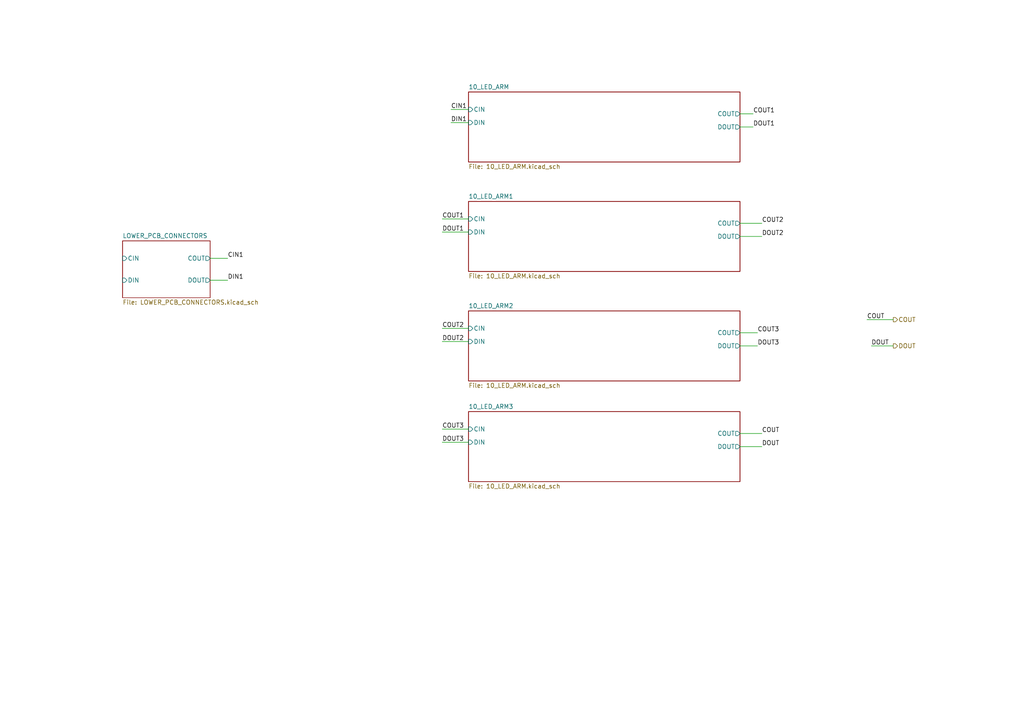
<source format=kicad_sch>
(kicad_sch
	(version 20250114)
	(generator "eeschema")
	(generator_version "9.0")
	(uuid "500a9f84-d59e-418d-bc4b-2142a90d742d")
	(paper "A4")
	(lib_symbols)
	(wire
		(pts
			(xy 214.63 36.83) (xy 218.44 36.83)
		)
		(stroke
			(width 0)
			(type default)
		)
		(uuid "08985593-dfde-4c9a-b763-c7a5ce7cf44d")
	)
	(wire
		(pts
			(xy 128.27 124.46) (xy 135.89 124.46)
		)
		(stroke
			(width 0)
			(type default)
		)
		(uuid "0b31e770-5e4c-474e-8455-a28be4f0904d")
	)
	(wire
		(pts
			(xy 252.73 100.33) (xy 259.08 100.33)
		)
		(stroke
			(width 0)
			(type default)
		)
		(uuid "1170653c-7df4-44d1-8e93-53114e36bae9")
	)
	(wire
		(pts
			(xy 214.63 68.58) (xy 220.98 68.58)
		)
		(stroke
			(width 0)
			(type default)
		)
		(uuid "1173bedd-ca9d-495d-a698-42ff0b0ed92e")
	)
	(wire
		(pts
			(xy 128.27 67.31) (xy 135.89 67.31)
		)
		(stroke
			(width 0)
			(type default)
		)
		(uuid "1be281c4-9765-4f87-bf1c-868e7fbe7d8d")
	)
	(wire
		(pts
			(xy 214.63 129.54) (xy 220.98 129.54)
		)
		(stroke
			(width 0)
			(type default)
		)
		(uuid "25ca19c9-0415-4e2e-82f2-ec04ce25378b")
	)
	(wire
		(pts
			(xy 130.81 31.75) (xy 135.89 31.75)
		)
		(stroke
			(width 0)
			(type default)
		)
		(uuid "317de9ec-c2fa-4e6a-a4e4-0e15db0ff011")
	)
	(wire
		(pts
			(xy 128.27 99.06) (xy 135.89 99.06)
		)
		(stroke
			(width 0)
			(type default)
		)
		(uuid "3f4264b6-aac3-4645-963b-2ba16a910b26")
	)
	(wire
		(pts
			(xy 128.27 95.25) (xy 135.89 95.25)
		)
		(stroke
			(width 0)
			(type default)
		)
		(uuid "4633c6c5-f185-4cf1-8a81-938ebd83a37d")
	)
	(wire
		(pts
			(xy 214.63 96.52) (xy 219.71 96.52)
		)
		(stroke
			(width 0)
			(type default)
		)
		(uuid "4f542c24-f9ea-4c64-98c2-d219e27074a0")
	)
	(wire
		(pts
			(xy 128.27 128.27) (xy 135.89 128.27)
		)
		(stroke
			(width 0)
			(type default)
		)
		(uuid "583a5ebb-b910-4c24-88a4-abd9f23d668f")
	)
	(wire
		(pts
			(xy 130.81 35.56) (xy 135.89 35.56)
		)
		(stroke
			(width 0)
			(type default)
		)
		(uuid "652d93ef-efdf-469f-b503-b1b68302b3a8")
	)
	(wire
		(pts
			(xy 214.63 64.77) (xy 220.98 64.77)
		)
		(stroke
			(width 0)
			(type default)
		)
		(uuid "91ea0a07-fda4-4cc9-ae3b-1df91eaf66d7")
	)
	(wire
		(pts
			(xy 60.96 74.93) (xy 66.04 74.93)
		)
		(stroke
			(width 0)
			(type default)
		)
		(uuid "a6322453-20e1-4782-b3c4-acea42ea8d81")
	)
	(wire
		(pts
			(xy 214.63 100.33) (xy 219.71 100.33)
		)
		(stroke
			(width 0)
			(type default)
		)
		(uuid "abfbc187-a12e-4eee-87fc-7865c84ecde7")
	)
	(wire
		(pts
			(xy 251.46 92.71) (xy 259.08 92.71)
		)
		(stroke
			(width 0)
			(type default)
		)
		(uuid "adc1de21-4793-4225-bc6b-fa2d565f6eb2")
	)
	(wire
		(pts
			(xy 214.63 33.02) (xy 218.44 33.02)
		)
		(stroke
			(width 0)
			(type default)
		)
		(uuid "cbb736aa-2224-4c61-9a98-823fa1d8cb0f")
	)
	(wire
		(pts
			(xy 214.63 125.73) (xy 220.98 125.73)
		)
		(stroke
			(width 0)
			(type default)
		)
		(uuid "e4bafacd-4587-4742-a5a9-3fd564732f0b")
	)
	(wire
		(pts
			(xy 128.27 63.5) (xy 135.89 63.5)
		)
		(stroke
			(width 0)
			(type default)
		)
		(uuid "e59a6367-bbc6-4104-ae7b-18ac77ac2b08")
	)
	(wire
		(pts
			(xy 60.96 81.28) (xy 66.04 81.28)
		)
		(stroke
			(width 0)
			(type default)
		)
		(uuid "f72ca881-22f9-4075-b8fa-e196d2e74f53")
	)
	(label "DOUT3"
		(at 128.27 128.27 0)
		(effects
			(font
				(size 1.27 1.27)
			)
			(justify left bottom)
		)
		(uuid "07d09710-7947-4d2f-b692-506a1d6c6094")
	)
	(label "COUT2"
		(at 220.98 64.77 0)
		(effects
			(font
				(size 1.27 1.27)
			)
			(justify left bottom)
		)
		(uuid "1bf05070-7508-4b25-951b-81eccdaa1684")
	)
	(label "DOUT"
		(at 252.73 100.33 0)
		(effects
			(font
				(size 1.27 1.27)
			)
			(justify left bottom)
		)
		(uuid "24771dd8-8c8b-43fb-a6f8-022a9d92ae2c")
	)
	(label "COUT"
		(at 251.46 92.71 0)
		(effects
			(font
				(size 1.27 1.27)
			)
			(justify left bottom)
		)
		(uuid "3bd5bd2d-1770-48e5-9897-b1f7bfa3b852")
	)
	(label "DOUT2"
		(at 220.98 68.58 0)
		(effects
			(font
				(size 1.27 1.27)
			)
			(justify left bottom)
		)
		(uuid "3f50edc0-fb94-4edb-86fd-341bb3493f41")
	)
	(label "COUT2"
		(at 128.27 95.25 0)
		(effects
			(font
				(size 1.27 1.27)
			)
			(justify left bottom)
		)
		(uuid "44205de9-b275-4e23-8528-d458468291cc")
	)
	(label "COUT3"
		(at 128.27 124.46 0)
		(effects
			(font
				(size 1.27 1.27)
			)
			(justify left bottom)
		)
		(uuid "50a99e01-8be1-4507-94b7-f4f8a7cbe0d6")
	)
	(label "CIN1"
		(at 66.04 74.93 0)
		(effects
			(font
				(size 1.27 1.27)
			)
			(justify left bottom)
		)
		(uuid "59c6ab4a-4780-4505-a1d7-803b1681c61f")
	)
	(label "DOUT1"
		(at 218.44 36.83 0)
		(effects
			(font
				(size 1.27 1.27)
			)
			(justify left bottom)
		)
		(uuid "7f0cb161-0edf-4c9a-b2c8-bfcb3bc9484a")
	)
	(label "DOUT3"
		(at 219.71 100.33 0)
		(effects
			(font
				(size 1.27 1.27)
			)
			(justify left bottom)
		)
		(uuid "86b57dd3-81b4-4e6a-a950-1b5fe1481f1e")
	)
	(label "DOUT2"
		(at 128.27 99.06 0)
		(effects
			(font
				(size 1.27 1.27)
			)
			(justify left bottom)
		)
		(uuid "a21c2de2-dc36-4221-a932-2d03dc1cc70f")
	)
	(label "COUT3"
		(at 219.71 96.52 0)
		(effects
			(font
				(size 1.27 1.27)
			)
			(justify left bottom)
		)
		(uuid "ab9bc125-52ee-4242-9dc8-be728d459344")
	)
	(label "COUT1"
		(at 128.27 63.5 0)
		(effects
			(font
				(size 1.27 1.27)
			)
			(justify left bottom)
		)
		(uuid "b21be84a-6dd2-42f2-868a-2fb3c2d0942d")
	)
	(label "COUT1"
		(at 218.44 33.02 0)
		(effects
			(font
				(size 1.27 1.27)
			)
			(justify left bottom)
		)
		(uuid "c2a66a0f-3093-49de-a467-0b9b769e7445")
	)
	(label "COUT"
		(at 220.98 125.73 0)
		(effects
			(font
				(size 1.27 1.27)
			)
			(justify left bottom)
		)
		(uuid "c8001ed9-35a7-4814-92bd-41ebaf1737d2")
	)
	(label "DOUT"
		(at 220.98 129.54 0)
		(effects
			(font
				(size 1.27 1.27)
			)
			(justify left bottom)
		)
		(uuid "d511374c-82ca-4fbe-b665-729b905afe92")
	)
	(label "DIN1"
		(at 66.04 81.28 0)
		(effects
			(font
				(size 1.27 1.27)
			)
			(justify left bottom)
		)
		(uuid "d6652d19-5982-48c8-8358-af1cc5393dd1")
	)
	(label "DIN1"
		(at 130.81 35.56 0)
		(effects
			(font
				(size 1.27 1.27)
			)
			(justify left bottom)
		)
		(uuid "ed1fd952-01e8-4d24-8246-25e651c8ac5b")
	)
	(label "DOUT1"
		(at 128.27 67.31 0)
		(effects
			(font
				(size 1.27 1.27)
			)
			(justify left bottom)
		)
		(uuid "efed5adc-bca0-487d-b895-c1afd12cc43f")
	)
	(label "CIN1"
		(at 130.81 31.75 0)
		(effects
			(font
				(size 1.27 1.27)
			)
			(justify left bottom)
		)
		(uuid "fdb5217f-fcc6-4974-ba40-1ed90bbfbb10")
	)
	(hierarchical_label "COUT"
		(shape output)
		(at 259.08 92.71 0)
		(effects
			(font
				(size 1.27 1.27)
			)
			(justify left)
		)
		(uuid "ac16a2e6-f095-4164-8930-2a953f1278df")
	)
	(hierarchical_label "DOUT"
		(shape output)
		(at 259.08 100.33 0)
		(effects
			(font
				(size 1.27 1.27)
			)
			(justify left)
		)
		(uuid "fa51b34e-1889-49f0-ace3-b2d8e8f7421c")
	)
	(sheet
		(at 135.89 26.67)
		(size 78.74 20.32)
		(exclude_from_sim no)
		(in_bom yes)
		(on_board yes)
		(dnp no)
		(fields_autoplaced yes)
		(stroke
			(width 0.1524)
			(type solid)
		)
		(fill
			(color 0 0 0 0.0000)
		)
		(uuid "149f3120-9cd7-47ee-92dc-9bdec38b8376")
		(property "Sheetname" "10_LED_ARM"
			(at 135.89 25.9584 0)
			(effects
				(font
					(size 1.27 1.27)
				)
				(justify left bottom)
			)
		)
		(property "Sheetfile" "10_LED_ARM.kicad_sch"
			(at 135.89 47.5746 0)
			(effects
				(font
					(size 1.27 1.27)
				)
				(justify left top)
			)
		)
		(pin "CIN" input
			(at 135.89 31.75 180)
			(uuid "76fb9978-c9e9-4f53-91e5-555b760cc694")
			(effects
				(font
					(size 1.27 1.27)
				)
				(justify left)
			)
		)
		(pin "COUT" output
			(at 214.63 33.02 0)
			(uuid "597352ed-5b4c-4750-871e-ed47759b0a32")
			(effects
				(font
					(size 1.27 1.27)
				)
				(justify right)
			)
		)
		(pin "DIN" input
			(at 135.89 35.56 180)
			(uuid "8706b10c-8987-49bb-a588-59ad465f1be7")
			(effects
				(font
					(size 1.27 1.27)
				)
				(justify left)
			)
		)
		(pin "DOUT" output
			(at 214.63 36.83 0)
			(uuid "2e9466fa-93ed-4237-96c6-0a9abad2896a")
			(effects
				(font
					(size 1.27 1.27)
				)
				(justify right)
			)
		)
		(instances
			(project "spinning"
				(path "/500a9f84-d59e-418d-bc4b-2142a90d742d"
					(page "2")
				)
			)
		)
	)
	(sheet
		(at 135.89 90.17)
		(size 78.74 20.32)
		(exclude_from_sim no)
		(in_bom yes)
		(on_board yes)
		(dnp no)
		(fields_autoplaced yes)
		(stroke
			(width 0.1524)
			(type solid)
		)
		(fill
			(color 0 0 0 0.0000)
		)
		(uuid "2fa70129-f5d3-421a-a8cc-5d70eb73528f")
		(property "Sheetname" "10_LED_ARM2"
			(at 135.89 89.4584 0)
			(effects
				(font
					(size 1.27 1.27)
				)
				(justify left bottom)
			)
		)
		(property "Sheetfile" "10_LED_ARM.kicad_sch"
			(at 135.89 111.0746 0)
			(effects
				(font
					(size 1.27 1.27)
				)
				(justify left top)
			)
		)
		(pin "CIN" input
			(at 135.89 95.25 180)
			(uuid "b1094c7e-ba65-4e96-983c-86fff5e1aefd")
			(effects
				(font
					(size 1.27 1.27)
				)
				(justify left)
			)
		)
		(pin "COUT" output
			(at 214.63 96.52 0)
			(uuid "ded88460-0209-424a-bb83-4d1711c6a661")
			(effects
				(font
					(size 1.27 1.27)
				)
				(justify right)
			)
		)
		(pin "DIN" input
			(at 135.89 99.06 180)
			(uuid "84bb2174-d70b-4564-9c40-340ebf6eded6")
			(effects
				(font
					(size 1.27 1.27)
				)
				(justify left)
			)
		)
		(pin "DOUT" output
			(at 214.63 100.33 0)
			(uuid "eae72863-d7c1-4494-84d0-3585c3071cab")
			(effects
				(font
					(size 1.27 1.27)
				)
				(justify right)
			)
		)
		(instances
			(project "spinning"
				(path "/500a9f84-d59e-418d-bc4b-2142a90d742d"
					(page "7")
				)
			)
		)
	)
	(sheet
		(at 135.89 58.42)
		(size 78.74 20.32)
		(exclude_from_sim no)
		(in_bom yes)
		(on_board yes)
		(dnp no)
		(fields_autoplaced yes)
		(stroke
			(width 0.1524)
			(type solid)
		)
		(fill
			(color 0 0 0 0.0000)
		)
		(uuid "46d3c7ac-04c2-4d0e-bfbf-76c934ca9788")
		(property "Sheetname" "10_LED_ARM1"
			(at 135.89 57.7084 0)
			(effects
				(font
					(size 1.27 1.27)
				)
				(justify left bottom)
			)
		)
		(property "Sheetfile" "10_LED_ARM.kicad_sch"
			(at 135.89 79.3246 0)
			(effects
				(font
					(size 1.27 1.27)
				)
				(justify left top)
			)
		)
		(pin "CIN" input
			(at 135.89 63.5 180)
			(uuid "9a0ce842-f74d-4db3-9e91-ea6c9a7235d2")
			(effects
				(font
					(size 1.27 1.27)
				)
				(justify left)
			)
		)
		(pin "COUT" output
			(at 214.63 64.77 0)
			(uuid "50279a8d-1a27-48a7-aebd-68c3ef0d7696")
			(effects
				(font
					(size 1.27 1.27)
				)
				(justify right)
			)
		)
		(pin "DIN" input
			(at 135.89 67.31 180)
			(uuid "e3ad6583-442c-4461-a2ed-0519eac9c3b2")
			(effects
				(font
					(size 1.27 1.27)
				)
				(justify left)
			)
		)
		(pin "DOUT" output
			(at 214.63 68.58 0)
			(uuid "1215e355-fd70-41ef-8b19-431bd5208562")
			(effects
				(font
					(size 1.27 1.27)
				)
				(justify right)
			)
		)
		(instances
			(project "spinning"
				(path "/500a9f84-d59e-418d-bc4b-2142a90d742d"
					(page "6")
				)
			)
		)
	)
	(sheet
		(at 135.89 119.38)
		(size 78.74 20.32)
		(exclude_from_sim no)
		(in_bom yes)
		(on_board yes)
		(dnp no)
		(fields_autoplaced yes)
		(stroke
			(width 0.1524)
			(type solid)
		)
		(fill
			(color 0 0 0 0.0000)
		)
		(uuid "c6d00521-7013-457b-b2a3-eaebc5606d6b")
		(property "Sheetname" "10_LED_ARM3"
			(at 135.89 118.6684 0)
			(effects
				(font
					(size 1.27 1.27)
				)
				(justify left bottom)
			)
		)
		(property "Sheetfile" "10_LED_ARM.kicad_sch"
			(at 135.89 140.2846 0)
			(effects
				(font
					(size 1.27 1.27)
				)
				(justify left top)
			)
		)
		(pin "CIN" input
			(at 135.89 124.46 180)
			(uuid "f467f6de-5ade-47ac-b836-03c2f8111c1c")
			(effects
				(font
					(size 1.27 1.27)
				)
				(justify left)
			)
		)
		(pin "COUT" output
			(at 214.63 125.73 0)
			(uuid "ca1ee8cb-7e66-4171-ae03-bb43c435a831")
			(effects
				(font
					(size 1.27 1.27)
				)
				(justify right)
			)
		)
		(pin "DIN" input
			(at 135.89 128.27 180)
			(uuid "176ee65e-e364-4f77-bfa3-778d331701f6")
			(effects
				(font
					(size 1.27 1.27)
				)
				(justify left)
			)
		)
		(pin "DOUT" output
			(at 214.63 129.54 0)
			(uuid "d92f0abf-95ee-4070-b824-13b646380b8e")
			(effects
				(font
					(size 1.27 1.27)
				)
				(justify right)
			)
		)
		(instances
			(project "spinning"
				(path "/500a9f84-d59e-418d-bc4b-2142a90d742d"
					(page "8")
				)
			)
		)
	)
	(sheet
		(at 35.56 69.85)
		(size 25.4 16.51)
		(exclude_from_sim no)
		(in_bom yes)
		(on_board yes)
		(dnp no)
		(fields_autoplaced yes)
		(stroke
			(width 0.1524)
			(type solid)
		)
		(fill
			(color 0 0 0 0.0000)
		)
		(uuid "cfbbf487-0da7-4357-bd55-3c8e5524ea6e")
		(property "Sheetname" "LOWER_PCB_CONNECTORS"
			(at 35.56 69.1384 0)
			(effects
				(font
					(size 1.27 1.27)
				)
				(justify left bottom)
			)
		)
		(property "Sheetfile" "LOWER_PCB_CONNECTORS.kicad_sch"
			(at 35.56 86.9446 0)
			(effects
				(font
					(size 1.27 1.27)
				)
				(justify left top)
			)
		)
		(pin "CIN" input
			(at 35.56 74.93 180)
			(uuid "e56859b4-bf91-45d7-85be-87fd871237cf")
			(effects
				(font
					(size 1.27 1.27)
				)
				(justify left)
			)
		)
		(pin "COUT" output
			(at 60.96 74.93 0)
			(uuid "a9bbe0e2-a588-48f3-9f58-b6cad5adc77c")
			(effects
				(font
					(size 1.27 1.27)
				)
				(justify right)
			)
		)
		(pin "DIN" input
			(at 35.56 81.28 180)
			(uuid "61405154-f314-4ee1-83d0-c176e40e5996")
			(effects
				(font
					(size 1.27 1.27)
				)
				(justify left)
			)
		)
		(pin "DOUT" output
			(at 60.96 81.28 0)
			(uuid "051dabb4-5790-4c2f-b45c-4105762938b0")
			(effects
				(font
					(size 1.27 1.27)
				)
				(justify right)
			)
		)
		(instances
			(project "spinning"
				(path "/500a9f84-d59e-418d-bc4b-2142a90d742d"
					(page "6")
				)
			)
		)
	)
	(sheet_instances
		(path "/"
			(page "1")
		)
	)
	(embedded_fonts no)
)

</source>
